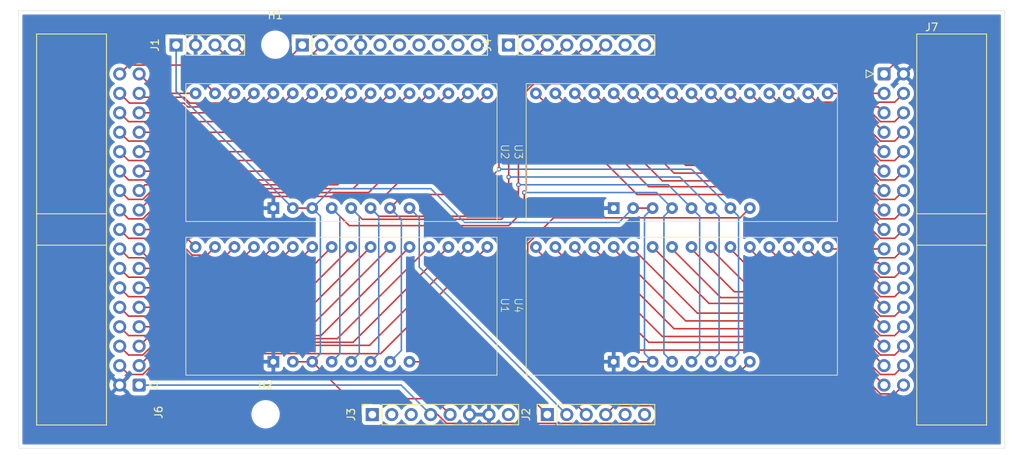
<source format=kicad_pcb>
(kicad_pcb (version 20240108) (generator "pcbnew") (generator_version "8.0")
  (layers (0 "F.Cu" signal) (31 "B.Cu" signal) (34 "B.Paste" user) (35 "F.Paste" user) (36 "B.SilkS" user "B.Silkscreen") (37 "F.SilkS" user "F.Silkscreen") (38 "B.Mask" user) (39 "F.Mask" user) (44 "Edge.Cuts" user))
  (net 0 "")
  (net 1 "/c108")
  (net 2 "/c101")
  (net 3 "/c112")
  (net 4 "/c105")
  (net 5 "/c104")
  (net 6 "/c102")
  (net 7 "/c103")
  (net 8 "/c116")
  (net 9 "/c107")
  (net 10 "/c115")
  (net 11 "/c207")
  (net 12 "/c208")
  (net 13 "/c205")
  (net 14 "/c215")
  (net 15 "/c216")
  (net 16 "/c106")
  (net 17 "/c210")
  (net 18 "/c202")
  (net 19 "/c114")
  (net 20 "/c113")
  (net 21 "/c213")
  (net 22 "/c109")
  (net 23 "/c212")
  (net 24 "/c110")
  (net 25 "/c209")
  (net 26 "/c203")
  (net 27 "/c211")
  (net 28 "/c201")
  (net 29 "/c214")
  (net 30 "/c206")
  (net 31 "/c111")
  (net 32 "/c204")
  (net 33 "/c404")
  (net 34 "/c405")
  (net 35 "/c315")
  (net 36 "/c415")
  (net 37 "/c403")
  (net 38 "/c316")
  (net 39 "/c411")
  (net 40 "/c412")
  (net 41 "/c307")
  (net 42 "/c402")
  (net 43 "/c401")
  (net 44 "/c313")
  (net 45 "/c408")
  (net 46 "/c308")
  (net 47 "/c311")
  (net 48 "/c306")
  (net 49 "/c305")
  (net 50 "/c312")
  (net 51 "/c310")
  (net 52 "/c413")
  (net 53 "/c303")
  (net 54 "/c409")
  (net 55 "/c406")
  (net 56 "/c414")
  (net 57 "/c309")
  (net 58 "/c416")
  (net 59 "/c410")
  (net 60 "/c304")
  (net 61 "/c302")
  (net 62 "/c314")
  (net 63 "/c301")
  (net 64 "/c407")
  (net 65 "GND")
  (net 66 "+5V")
  (net 67 "/SIG1")
  (net 68 "/SIG2")
  (net 69 "/SIG3")
  (net 70 "/SIG4")
  (net 71 "/SDA{slash}A4")
  (net 72 "/SCL{slash}A5")
  (net 73 "/S3")
  (net 74 "/S2")
  (net 75 "/S1")
  (net 76 "/S0")
  (net 77 "/~{RESET}")
  (net 78 "VCC")
  (net 80 "/IOREF")
  (net 81 "/D7")
  (net 82 "/TX{slash}D1")
  (net 83 "/D6")
  (net 84 "/RX{slash}D0")
  (net 85 "/AREF")
  (net 86 "/D11")
  (net 87 "/D10")
  (net 88 "/D8")
  (net 89 "/D12")
  (net 90 "/D9")
  (net 91 "/D13")
  (net 92 "+3.3V")
  (net 93 "/SCL")
  (net 94 "/SDA")
  (footprint "MountingHole:MountingHole_3.2mm_M3_ISO7380" (layer "F.Cu") (at 118.364 106.172)
    (property "Reference" "H2")
    (property "Value" "MountingHole")
  )
  (footprint "Chessboard_components:HV5067 Board THT" (layer "F.Cu") (at 196.85 71.882 -90)
    (property "Reference" "U3")
    (property "Value" "HV4067")
  )
  (footprint "Connector_PinSocket_2.54mm:PinSocket_1x08_P2.54mm_Vertical" (layer "F.Cu") (at 132.302 106.214 90)
    (property "Reference" "J3")
    (property "Value" "Conn_01x08")
  )
  (footprint "Chessboard_components:HV5067 Board THT" (layer "F.Cu") (at 196.85 91.948 -90)
    (property "Reference" "U4")
    (property "Value" "HV4067")
  )
  (footprint "MountingHole:MountingHole_3.2mm_M3_ISO7380" (layer "F.Cu") (at 119.634 57.912)
    (property "Reference" "H1")
    (property "Value" "MountingHole")
  )
  (footprint "Connector_PinSocket_2.54mm:PinSocket_1x04_P2.54mm_Vertical" (layer "F.Cu") (at 106.68 57.954 90)
    (property "Reference" "J1")
    (property "Value" "Conn_01x04")
  )
  (footprint "Connector_PinSocket_2.54mm:PinSocket_1x08_P2.54mm_Vertical" (layer "F.Cu") (at 150.082 57.954 90)
    (property "Reference" "J4")
    (property "Value" "Conn_01x08")
  )
  (footprint "Connector_PinSocket_2.54mm:PinSocket_1x06_P2.54mm_Vertical" (layer "F.Cu") (at 155.162 106.214 90)
    (property "Reference" "J2")
    (property "Value" "Conn_01x06")
  )
  (footprint "Connector_IDC:IDC-Header_2x17_P2.54mm_Horizontal" (layer "F.Cu") (at 199.136 61.722)
    (property "Reference" "J7")
    (property "Value" "Conn_02x17_Counter_Clockwise")
  )
  (footprint "Connector_IDC:IDC-Header_2x17_P2.54mm_Horizontal" (layer "F.Cu") (at 101.854 102.362 180)
    (property "Reference" "J6")
    (property "Value" "Conn_02x17_Counter_Clockwise")
  )
  (footprint "Chessboard_components:HV5067 Board THT" (layer "F.Cu") (at 152.4 91.948 -90)
    (property "Reference" "U1")
    (property "Value" "HV4067")
  )
  (footprint "Connector_PinSocket_2.54mm:PinSocket_1x10_P2.54mm_Vertical" (layer "F.Cu") (at 123.158 57.954 90)
    (property "Reference" "J5")
    (property "Value" "Conn_01x10")
  )
  (footprint "Chessboard_components:HV5067 Board THT" (layer "F.Cu") (at 152.4 71.882 -90)
    (property "Reference" "U2")
    (property "Value" "HV4067")
  )
  (gr_rect (start 86.106 53.467) (end 214.884 110.617) (stroke (width 0.0508)) (fill none) (layer "Edge.Cuts"))
  (segment (start 100.464 90.812) (end 99.314 89.662) (width 0.2) (layer "F.Cu") (net 1))
  (segment (start 127 84.328) (end 120.516 90.812) (width 0.2) (layer "F.Cu") (net 1))
  (segment (start 120.516 90.812) (end 100.464 90.812) (width 0.2) (layer "F.Cu") (net 1))
  (segment (start 109.22 84.328) (end 106.934 82.042) (width 0.2) (layer "F.Cu") (net 2))
  (segment (start 106.934 82.042) (end 101.854 82.042) (width 0.2) (layer "F.Cu") (net 2))
  (segment (start 125.596 95.892) (end 100.464 95.892) (width 0.2) (layer "F.Cu") (net 3))
  (segment (start 137.16 84.328) (end 125.596 95.892) (width 0.2) (layer "F.Cu") (net 3))
  (segment (start 100.464 95.892) (end 99.314 94.742) (width 0.2) (layer "F.Cu") (net 3))
  (segment (start 116.586 87.122) (end 101.854 87.122) (width 0.2) (layer "F.Cu") (net 4))
  (segment (start 119.38 84.328) (end 116.586 87.122) (width 0.2) (layer "F.Cu") (net 4))
  (segment (start 116.84 84.328) (end 114.978 86.19) (width 0.2) (layer "F.Cu") (net 5))
  (segment (start 102.438315 85.732) (end 100.464 85.732) (width 0.2) (layer "F.Cu") (net 5))
  (segment (start 100.464 85.732) (end 99.314 84.582) (width 0.2) (layer "F.Cu") (net 5))
  (segment (start 102.896314 86.19) (end 102.438315 85.732) (width 0.2) (layer "F.Cu") (net 5))
  (segment (start 114.978 86.19) (end 102.896314 86.19) (width 0.2) (layer "F.Cu") (net 5))
  (segment (start 106.582105 83.192) (end 100.464 83.192) (width 0.2) (layer "F.Cu") (net 6))
  (segment (start 110.698 85.39) (end 108.780105 85.39) (width 0.2) (layer "F.Cu") (net 6))
  (segment (start 111.76 84.328) (end 110.698 85.39) (width 0.2) (layer "F.Cu") (net 6))
  (segment (start 108.780105 85.39) (end 106.582105 83.192) (width 0.2) (layer "F.Cu") (net 6))
  (segment (start 100.464 83.192) (end 99.314 82.042) (width 0.2) (layer "F.Cu") (net 6))
  (segment (start 112.838 85.79) (end 103.062 85.79) (width 0.2) (layer "F.Cu") (net 7))
  (segment (start 114.3 84.328) (end 112.838 85.79) (width 0.2) (layer "F.Cu") (net 7))
  (segment (start 103.062 85.79) (end 101.854 84.582) (width 0.2) (layer "F.Cu") (net 7))
  (segment (start 133.396 98.252) (end 105.050346 98.252) (width 0.2) (layer "F.Cu") (net 8))
  (segment (start 102.330346 100.972) (end 100.464 100.972) (width 0.2) (layer "F.Cu") (net 8))
  (segment (start 100.464 100.972) (end 99.314 99.822) (width 0.2) (layer "F.Cu") (net 8))
  (segment (start 105.050346 98.252) (end 102.330346 100.972) (width 0.2) (layer "F.Cu") (net 8))
  (segment (start 147.32 84.328) (end 133.396 98.252) (width 0.2) (layer "F.Cu") (net 8))
  (segment (start 119.126 89.662) (end 101.854 89.662) (width 0.2) (layer "F.Cu") (net 9))
  (segment (start 124.46 84.328) (end 119.126 89.662) (width 0.2) (layer "F.Cu") (net 9))
  (segment (start 104.502 97.174) (end 101.854 99.822) (width 0.2) (layer "F.Cu") (net 10))
  (segment (start 131.934 97.174) (end 104.502 97.174) (width 0.2) (layer "F.Cu") (net 10))
  (segment (start 144.78 84.328) (end 131.934 97.174) (width 0.2) (layer "F.Cu") (net 10))
  (segment (start 119.38 69.342) (end 101.854 69.342) (width 0.2) (layer "F.Cu") (net 11))
  (segment (start 124.46 64.262) (end 119.38 69.342) (width 0.2) (layer "F.Cu") (net 11))
  (segment (start 100.464 70.492) (end 99.314 69.342) (width 0.2) (layer "F.Cu") (net 12))
  (segment (start 127 64.262) (end 120.77 70.492) (width 0.2) (layer "F.Cu") (net 12))
  (segment (start 120.77 70.492) (end 100.464 70.492) (width 0.2) (layer "F.Cu") (net 12))
  (segment (start 116.84 66.802) (end 101.854 66.802) (width 0.2) (layer "F.Cu") (net 13))
  (segment (start 119.38 64.262) (end 116.84 66.802) (width 0.2) (layer "F.Cu") (net 13))
  (segment (start 144.78 64.262) (end 131.826 77.216) (width 0.2) (layer "F.Cu") (net 14))
  (segment (start 131.826 77.216) (end 104.14 77.216) (width 0.2) (layer "F.Cu") (net 14))
  (segment (start 104.14 77.216) (end 101.854 79.502) (width 0.2) (layer "F.Cu") (net 14))
  (segment (start 102.330346 80.652) (end 100.464 80.652) (width 0.2) (layer "F.Cu") (net 15))
  (segment (start 147.32 64.262) (end 133.858 77.724) (width 0.2) (layer "F.Cu") (net 15))
  (segment (start 100.464 80.652) (end 99.314 79.502) (width 0.2) (layer "F.Cu") (net 15))
  (segment (start 105.258346 77.724) (end 102.330346 80.652) (width 0.2) (layer "F.Cu") (net 15))
  (segment (start 133.858 77.724) (end 105.258346 77.724) (width 0.2) (layer "F.Cu") (net 15))
  (segment (start 121.92 84.328) (end 117.976 88.272) (width 0.2) (layer "F.Cu") (net 16))
  (segment (start 117.976 88.272) (end 100.464 88.272) (width 0.2) (layer "F.Cu") (net 16))
  (segment (start 100.464 88.272) (end 99.314 87.122) (width 0.2) (layer "F.Cu") (net 16))
  (segment (start 132.08 64.262) (end 123.31 73.032) (width 0.2) (layer "F.Cu") (net 17))
  (segment (start 100.464 73.032) (end 99.314 71.882) (width 0.2) (layer "F.Cu") (net 17))
  (segment (start 123.31 73.032) (end 100.464 73.032) (width 0.2) (layer "F.Cu") (net 17))
  (segment (start 111.76 64.262) (end 108.07 60.572) (width 0.2) (layer "F.Cu") (net 18))
  (segment (start 100.464 60.572) (end 99.314 61.722) (width 0.2) (layer "F.Cu") (net 18))
  (segment (start 108.07 60.572) (end 100.464 60.572) (width 0.2) (layer "F.Cu") (net 18))
  (segment (start 102.330346 98.432) (end 100.464 98.432) (width 0.2) (layer "F.Cu") (net 19))
  (segment (start 129.794 96.774) (end 103.988346 96.774) (width 0.2) (layer "F.Cu") (net 19))
  (segment (start 142.24 84.328) (end 129.794 96.774) (width 0.2) (layer "F.Cu") (net 19))
  (segment (start 103.988346 96.774) (end 102.330346 98.432) (width 0.2) (layer "F.Cu") (net 19))
  (segment (start 100.464 98.432) (end 99.314 97.282) (width 0.2) (layer "F.Cu") (net 19))
  (segment (start 102.844 96.292) (end 101.854 97.282) (width 0.2) (layer "F.Cu") (net 20))
  (segment (start 127.736 96.292) (end 102.844 96.292) (width 0.2) (layer "F.Cu") (net 20))
  (segment (start 139.7 84.328) (end 127.736 96.292) (width 0.2) (layer "F.Cu") (net 20))
  (segment (start 127.762 76.2) (end 102.616 76.2) (width 0.2) (layer "F.Cu") (net 21))
  (segment (start 102.616 76.2) (end 101.854 76.962) (width 0.2) (layer "F.Cu") (net 21))
  (segment (start 139.7 64.262) (end 127.762 76.2) (width 0.2) (layer "F.Cu") (net 21))
  (segment (start 121.666 92.202) (end 101.854 92.202) (width 0.2) (layer "F.Cu") (net 22))
  (segment (start 129.54 84.328) (end 121.666 92.202) (width 0.2) (layer "F.Cu") (net 22))
  (segment (start 100.464 75.572) (end 99.314 74.422) (width 0.2) (layer "F.Cu") (net 23))
  (segment (start 137.16 64.262) (end 125.85 75.572) (width 0.2) (layer "F.Cu") (net 23))
  (segment (start 125.85 75.572) (end 100.464 75.572) (width 0.2) (layer "F.Cu") (net 23))
  (segment (start 123.056 93.352) (end 100.464 93.352) (width 0.2) (layer "F.Cu") (net 24))
  (segment (start 100.464 93.352) (end 99.314 92.202) (width 0.2) (layer "F.Cu") (net 24))
  (segment (start 132.08 84.328) (end 123.056 93.352) (width 0.2) (layer "F.Cu") (net 24))
  (segment (start 129.54 64.262) (end 121.92 71.882) (width 0.2) (layer "F.Cu") (net 25))
  (segment (start 121.92 71.882) (end 101.854 71.882) (width 0.2) (layer "F.Cu") (net 25))
  (segment (start 107.696 64.77) (end 102.362 64.77) (width 0.2) (layer "F.Cu") (net 26))
  (segment (start 113.03 65.532) (end 108.458 65.532) (width 0.2) (layer "F.Cu") (net 26))
  (segment (start 114.3 64.262) (end 113.03 65.532) (width 0.2) (layer "F.Cu") (net 26))
  (segment (start 102.362 64.77) (end 101.854 64.262) (width 0.2) (layer "F.Cu") (net 26))
  (segment (start 108.458 65.532) (end 107.696 64.77) (width 0.2) (layer "F.Cu") (net 26))
  (segment (start 124.46 74.422) (end 101.854 74.422) (width 0.2) (layer "F.Cu") (net 27))
  (segment (start 134.62 64.262) (end 124.46 74.422) (width 0.2) (layer "F.Cu") (net 27))
  (segment (start 104.394 64.262) (end 101.854 61.722) (width 0.2) (layer "F.Cu") (net 28))
  (segment (start 109.22 64.262) (end 104.394 64.262) (width 0.2) (layer "F.Cu") (net 28))
  (segment (start 100.464 78.112) (end 99.314 76.962) (width 0.2) (layer "F.Cu") (net 29))
  (segment (start 142.24 64.262) (end 129.794 76.708) (width 0.2) (layer "F.Cu") (net 29))
  (segment (start 103.734346 76.708) (end 102.330346 78.112) (width 0.2) (layer "F.Cu") (net 29))
  (segment (start 129.794 76.708) (end 103.734346 76.708) (width 0.2) (layer "F.Cu") (net 29))
  (segment (start 102.330346 78.112) (end 100.464 78.112) (width 0.2) (layer "F.Cu") (net 29))
  (segment (start 118.23 67.952) (end 100.464 67.952) (width 0.2) (layer "F.Cu") (net 30))
  (segment (start 121.92 64.262) (end 118.23 67.952) (width 0.2) (layer "F.Cu") (net 30))
  (segment (start 100.464 67.952) (end 99.314 66.802) (width 0.2) (layer "F.Cu") (net 30))
  (segment (start 124.206 94.742) (end 101.854 94.742) (width 0.2) (layer "F.Cu") (net 31))
  (segment (start 134.62 84.328) (end 124.206 94.742) (width 0.2) (layer "F.Cu") (net 31))
  (segment (start 100.584 65.532) (end 99.314 64.262) (width 0.2) (layer "F.Cu") (net 32))
  (segment (start 107.696 65.532) (end 100.584 65.532) (width 0.2) (layer "F.Cu") (net 32))
  (segment (start 115.062 66.04) (end 108.204 66.04) (width 0.2) (layer "F.Cu") (net 32))
  (segment (start 108.204 66.04) (end 107.696 65.532) (width 0.2) (layer "F.Cu") (net 32))
  (segment (start 116.84 64.262) (end 115.062 66.04) (width 0.2) (layer "F.Cu") (net 32))
  (segment (start 171.704 94.996) (end 194.31 94.996) (width 0.2) (layer "F.Cu") (net 33))
  (segment (start 161.29 84.582) (end 171.704 94.996) (width 0.2) (layer "F.Cu") (net 33))
  (segment (start 194.31 94.996) (end 199.136 99.822) (width 0.2) (layer "F.Cu") (net 33))
  (segment (start 194.207654 93.98) (end 198.659654 98.432) (width 0.2) (layer "F.Cu") (net 34))
  (segment (start 200.526 98.432) (end 201.676 97.282) (width 0.2) (layer "F.Cu") (net 34))
  (segment (start 163.83 84.582) (end 173.228 93.98) (width 0.2) (layer "F.Cu") (net 34))
  (segment (start 198.659654 98.432) (end 200.526 98.432) (width 0.2) (layer "F.Cu") (net 34))
  (segment (start 173.228 93.98) (end 194.207654 93.98) (width 0.2) (layer "F.Cu") (net 34))
  (segment (start 189.23 64.262) (end 190.38 65.412) (width 0.2) (layer "F.Cu") (net 35))
  (segment (start 190.38 65.412) (end 200.526 65.412) (width 0.2) (layer "F.Cu") (net 35))
  (segment (start 200.526 65.412) (end 201.676 64.262) (width 0.2) (layer "F.Cu") (net 35))
  (segment (start 189.23 84.582) (end 190.38 85.732) (width 0.2) (layer "F.Cu") (net 36))
  (segment (start 200.526 85.732) (end 201.676 84.582) (width 0.2) (layer "F.Cu") (net 36))
  (segment (start 190.38 85.732) (end 200.526 85.732) (width 0.2) (layer "F.Cu") (net 36))
  (segment (start 158.75 84.582) (end 170.18 96.012) (width 0.2) (layer "F.Cu") (net 37))
  (segment (start 200.526 100.972) (end 201.676 99.822) (width 0.2) (layer "F.Cu") (net 37))
  (segment (start 193.699654 96.012) (end 198.659654 100.972) (width 0.2) (layer "F.Cu") (net 37))
  (segment (start 198.659654 100.972) (end 200.526 100.972) (width 0.2) (layer "F.Cu") (net 37))
  (segment (start 170.18 96.012) (end 193.699654 96.012) (width 0.2) (layer "F.Cu") (net 37))
  (segment (start 191.77 64.262) (end 199.136 64.262) (width 0.2) (layer "F.Cu") (net 38))
  (segment (start 179.07 84.582) (end 183.134 88.646) (width 0.2) (layer "F.Cu") (net 39))
  (segment (start 200.526 90.812) (end 201.676 89.662) (width 0.2) (layer "F.Cu") (net 39))
  (segment (start 196.493654 88.646) (end 198.659654 90.812) (width 0.2) (layer "F.Cu") (net 39))
  (segment (start 183.134 88.646) (end 196.493654 88.646) (width 0.2) (layer "F.Cu") (net 39))
  (segment (start 198.659654 90.812) (end 200.526 90.812) (width 0.2) (layer "F.Cu") (net 39))
  (segment (start 181.61 84.582) (end 184.912 87.884) (width 0.2) (layer "F.Cu") (net 40))
  (segment (start 197.358 87.884) (end 199.136 89.662) (width 0.2) (layer "F.Cu") (net 40))
  (segment (start 184.912 87.884) (end 197.358 87.884) (width 0.2) (layer "F.Cu") (net 40))
  (segment (start 198.659654 75.572) (end 200.526 75.572) (width 0.2) (layer "F.Cu") (net 41))
  (segment (start 169.164 64.262) (end 176.276 71.374) (width 0.2) (layer "F.Cu") (net 41))
  (segment (start 200.526 75.572) (end 201.676 74.422) (width 0.2) (layer "F.Cu") (net 41))
  (segment (start 176.276 71.374) (end 194.461654 71.374) (width 0.2) (layer "F.Cu") (net 41))
  (segment (start 194.461654 71.374) (end 198.659654 75.572) (width 0.2) (layer "F.Cu") (net 41))
  (segment (start 168.91 64.262) (end 169.164 64.262) (width 0.2) (layer "F.Cu") (net 41))
  (segment (start 168.402 96.774) (end 193.548 96.774) (width 0.2) (layer "F.Cu") (net 42))
  (segment (start 156.21 84.582) (end 168.402 96.774) (width 0.2) (layer "F.Cu") (net 42))
  (segment (start 193.548 96.774) (end 199.136 102.362) (width 0.2) (layer "F.Cu") (net 42))
  (segment (start 166.878 97.79) (end 192.937654 97.79) (width 0.2) (layer "F.Cu") (net 43))
  (segment (start 198.659654 103.512) (end 200.526 103.512) (width 0.2) (layer "F.Cu") (net 43))
  (segment (start 192.937654 97.79) (end 198.659654 103.512) (width 0.2) (layer "F.Cu") (net 43))
  (segment (start 153.67 84.582) (end 166.878 97.79) (width 0.2) (layer "F.Cu") (net 43))
  (segment (start 200.526 103.512) (end 201.676 102.362) (width 0.2) (layer "F.Cu") (net 43))
  (segment (start 198.659654 67.952) (end 200.526 67.952) (width 0.2) (layer "F.Cu") (net 44))
  (segment (start 186.69 66.802) (end 197.509654 66.802) (width 0.2) (layer "F.Cu") (net 44))
  (segment (start 184.15 64.262) (end 186.69 66.802) (width 0.2) (layer "F.Cu") (net 44))
  (segment (start 197.509654 66.802) (end 198.659654 67.952) (width 0.2) (layer "F.Cu") (net 44))
  (segment (start 200.526 67.952) (end 201.676 66.802) (width 0.2) (layer "F.Cu") (net 44))
  (segment (start 195.326 90.932) (end 199.136 94.742) (width 0.2) (layer "F.Cu") (net 45))
  (segment (start 177.8 90.932) (end 195.326 90.932) (width 0.2) (layer "F.Cu") (net 45))
  (segment (start 171.45 84.582) (end 177.8 90.932) (width 0.2) (layer "F.Cu") (net 45))
  (segment (start 177.8 70.612) (end 195.326 70.612) (width 0.2) (layer "F.Cu") (net 46))
  (segment (start 195.326 70.612) (end 199.136 74.422) (width 0.2) (layer "F.Cu") (net 46))
  (segment (start 171.45 64.262) (end 177.8 70.612) (width 0.2) (layer "F.Cu") (net 46))
  (segment (start 196.493654 68.326) (end 198.659654 70.492) (width 0.2) (layer "F.Cu") (net 47))
  (segment (start 183.134 68.326) (end 196.493654 68.326) (width 0.2) (layer "F.Cu") (net 47))
  (segment (start 198.659654 70.492) (end 200.526 70.492) (width 0.2) (layer "F.Cu") (net 47))
  (segment (start 200.526 70.492) (end 201.676 69.342) (width 0.2) (layer "F.Cu") (net 47))
  (segment (start 179.07 64.262) (end 183.134 68.326) (width 0.2) (layer "F.Cu") (net 47))
  (segment (start 174.752 72.644) (end 194.818 72.644) (width 0.2) (layer "F.Cu") (net 48))
  (segment (start 194.818 72.644) (end 199.136 76.962) (width 0.2) (layer "F.Cu") (net 48))
  (segment (start 166.37 64.262) (end 174.752 72.644) (width 0.2) (layer "F.Cu") (net 48))
  (segment (start 194.207654 73.66) (end 198.659654 78.112) (width 0.2) (layer "F.Cu") (net 49))
  (segment (start 198.659654 78.112) (end 200.526 78.112) (width 0.2) (layer "F.Cu") (net 49))
  (segment (start 173.228 73.66) (end 194.207654 73.66) (width 0.2) (layer "F.Cu") (net 49))
  (segment (start 163.83 64.262) (end 173.228 73.66) (width 0.2) (layer "F.Cu") (net 49))
  (segment (start 200.526 78.112) (end 201.676 76.962) (width 0.2) (layer "F.Cu") (net 49))
  (segment (start 197.358 67.564) (end 199.136 69.342) (width 0.2) (layer "F.Cu") (net 50))
  (segment (start 184.912 67.564) (end 197.358 67.564) (width 0.2) (layer "F.Cu") (net 50))
  (segment (start 181.61 64.262) (end 184.912 67.564) (width 0.2) (layer "F.Cu") (net 50))
  (segment (start 176.53 64.262) (end 181.356 69.088) (width 0.2) (layer "F.Cu") (net 51))
  (segment (start 196.342 69.088) (end 199.136 71.882) (width 0.2) (layer "F.Cu") (net 51))
  (segment (start 181.356 69.088) (end 196.342 69.088) (width 0.2) (layer "F.Cu") (net 51))
  (segment (start 198.659654 88.272) (end 200.526 88.272) (width 0.2) (layer "F.Cu") (net 52))
  (segment (start 197.509654 87.122) (end 198.659654 88.272) (width 0.2) (layer "F.Cu") (net 52))
  (segment (start 200.526 88.272) (end 201.676 87.122) (width 0.2) (layer "F.Cu") (net 52))
  (segment (start 184.15 84.582) (end 186.69 87.122) (width 0.2) (layer "F.Cu") (net 52))
  (segment (start 186.69 87.122) (end 197.509654 87.122) (width 0.2) (layer "F.Cu") (net 52))
  (segment (start 193.699654 75.692) (end 198.659654 80.652) (width 0.2) (layer "F.Cu") (net 53))
  (segment (start 200.526 80.652) (end 201.676 79.502) (width 0.2) (layer "F.Cu") (net 53))
  (segment (start 170.18 75.692) (end 193.699654 75.692) (width 0.2) (layer "F.Cu") (net 53))
  (segment (start 198.659654 80.652) (end 200.526 80.652) (width 0.2) (layer "F.Cu") (net 53))
  (segment (start 158.75 64.262) (end 170.18 75.692) (width 0.2) (layer "F.Cu") (net 53))
  (segment (start 198.659654 93.352) (end 200.526 93.352) (width 0.2) (layer "F.Cu") (net 54))
  (segment (start 195.477654 90.17) (end 198.659654 93.352) (width 0.2) (layer "F.Cu") (net 54))
  (segment (start 200.526 93.352) (end 201.676 92.202) (width 0.2) (layer "F.Cu") (net 54))
  (segment (start 173.99 84.582) (end 179.578 90.17) (width 0.2) (layer "F.Cu") (net 54))
  (segment (start 179.578 90.17) (end 195.477654 90.17) (width 0.2) (layer "F.Cu") (net 54))
  (segment (start 194.818 92.964) (end 199.136 97.282) (width 0.2) (layer "F.Cu") (net 55))
  (segment (start 166.37 84.582) (end 174.752 92.964) (width 0.2) (layer "F.Cu") (net 55))
  (segment (start 174.752 92.964) (end 194.818 92.964) (width 0.2) (layer "F.Cu") (net 55))
  (segment (start 199.136 87.122) (end 198.374 86.36) (width 0.2) (layer "F.Cu") (net 56))
  (segment (start 188.468 86.36) (end 186.69 84.582) (width 0.2) (layer "F.Cu") (net 56))
  (segment (start 198.374 86.36) (end 188.468 86.36) (width 0.2) (layer "F.Cu") (net 56))
  (segment (start 179.578 69.85) (end 195.477654 69.85) (width 0.2) (layer "F.Cu") (net 57))
  (segment (start 195.477654 69.85) (end 198.659654 73.032) (width 0.2) (layer "F.Cu") (net 57))
  (segment (start 198.659654 73.032) (end 200.526 73.032) (width 0.2) (layer "F.Cu") (net 57))
  (segment (start 200.526 73.032) (end 201.676 71.882) (width 0.2) (layer "F.Cu") (net 57))
  (segment (start 173.99 64.262) (end 179.578 69.85) (width 0.2) (layer "F.Cu") (net 57))
  (segment (start 191.77 84.582) (end 199.136 84.582) (width 0.2) (layer "F.Cu") (net 58))
  (segment (start 181.356 89.408) (end 196.342 89.408) (width 0.2) (layer "F.Cu") (net 59))
  (segment (start 176.53 84.582) (end 181.356 89.408) (width 0.2) (layer "F.Cu") (net 59))
  (segment (start 196.342 89.408) (end 199.136 92.202) (width 0.2) (layer "F.Cu") (net 59))
  (segment (start 161.29 64.262) (end 171.704 74.676) (width 0.2) (layer "F.Cu") (net 60))
  (segment (start 171.704 74.676) (end 194.31 74.676) (width 0.2) (layer "F.Cu") (net 60))
  (segment (start 194.31 74.676) (end 199.136 79.502) (width 0.2) (layer "F.Cu") (net 60))
  (segment (start 193.548 76.454) (end 199.136 82.042) (width 0.2) (layer "F.Cu") (net 61))
  (segment (start 168.402 76.454) (end 193.548 76.454) (width 0.2) (layer "F.Cu") (net 61))
  (segment (start 156.21 64.262) (end 168.402 76.454) (width 0.2) (layer "F.Cu") (net 61))
  (segment (start 198.374 66.04) (end 188.468 66.04) (width 0.2) (layer "F.Cu") (net 62))
  (segment (start 199.136 66.802) (end 198.374 66.04) (width 0.2) (layer "F.Cu") (net 62))
  (segment (start 188.468 66.04) (end 186.69 64.262) (width 0.2) (layer "F.Cu") (net 62))
  (segment (start 198.659654 83.192) (end 200.526 83.192) (width 0.2) (layer "F.Cu") (net 63))
  (segment (start 192.937654 77.47) (end 198.659654 83.192) (width 0.2) (layer "F.Cu") (net 63))
  (segment (start 200.526 83.192) (end 201.676 82.042) (width 0.2) (layer "F.Cu") (net 63))
  (segment (start 166.878 77.47) (end 192.937654 77.47) (width 0.2) (layer "F.Cu") (net 63))
  (segment (start 153.67 64.262) (end 166.878 77.47) (width 0.2) (layer "F.Cu") (net 63))
  (segment (start 198.659654 95.892) (end 200.526 95.892) (width 0.2) (layer "F.Cu") (net 64))
  (segment (start 194.461654 91.694) (end 198.659654 95.892) (width 0.2) (layer "F.Cu") (net 64))
  (segment (start 169.164 84.582) (end 176.276 91.694) (width 0.2) (layer "F.Cu") (net 64))
  (segment (start 168.91 84.582) (end 169.164 84.582) (width 0.2) (layer "F.Cu") (net 64))
  (segment (start 176.276 91.694) (end 194.461654 91.694) (width 0.2) (layer "F.Cu") (net 64))
  (segment (start 200.526 95.892) (end 201.676 94.742) (width 0.2) (layer "F.Cu") (net 64))
  (segment (start 124.46 79.248) (end 121.92 79.248) (width 0.2) (layer "F.Cu") (net 66))
  (segment (start 141.224 104.14) (end 129.286 104.14) (width 0.2) (layer "F.Cu") (net 66))
  (segment (start 142.462 106.214) (end 141.224 104.976) (width 0.2) (layer "F.Cu") (net 66))
  (segment (start 129.286 104.14) (end 124.46 99.314) (width 0.2) (layer "F.Cu") (net 66))
  (segment (start 166.37 99.314) (end 168.91 99.314) (width 0.2) (layer "F.Cu") (net 66))
  (segment (start 121.92 99.314) (end 124.46 99.314) (width 0.2) (layer "F.Cu") (net 66))
  (segment (start 166.37 79.248) (end 168.91 79.248) (width 0.2) (layer "F.Cu") (net 66))
  (segment (start 141.224 104.976) (end 141.224 104.14) (width 0.2) (layer "F.Cu") (net 66))
  (segment (start 167.848 80.31) (end 168.91 79.248) (width 0.2) (layer "B.Cu") (net 66))
  (segment (start 166.37 79.248) (end 164.5 81.118) (width 0.2) (layer "B.Cu") (net 66))
  (segment (start 127 76.708) (end 124.46 79.248) (width 0.2) (layer "B.Cu") (net 66))
  (segment (start 124.46 99.314) (end 125.522 98.252) (width 0.2) (layer "B.Cu") (net 66))
  (segment (start 144.364 81.118) (end 139.954 76.708) (width 0.2) (layer "B.Cu") (net 66))
  (segment (start 139.954 76.708) (end 127 76.708) (width 0.2) (layer "B.Cu") (net 66))
  (segment (start 167.848 98.252) (end 167.848 80.31) (width 0.2) (layer "B.Cu") (net 66))
  (segment (start 125.522 98.252) (end 125.522 80.31) (width 0.2) (layer "B.Cu") (net 66))
  (segment (start 106.68 64.008) (end 106.68 57.954) (width 0.2) (layer "B.Cu") (net 66))
  (segment (start 121.92 79.248) (end 106.68 64.008) (width 0.2) (layer "B.Cu") (net 66))
  (segment (start 125.522 80.31) (end 124.46 79.248) (width 0.2) (layer "B.Cu") (net 66))
  (segment (start 164.5 81.118) (end 144.364 81.118) (width 0.2) (layer "B.Cu") (net 66))
  (segment (start 168.91 99.314) (end 167.848 98.252) (width 0.2) (layer "B.Cu") (net 66))
  (segment (start 148.262 99.314) (end 137.16 99.314) (width 0.2) (layer "F.Cu") (net 67))
  (segment (start 155.162 106.214) (end 148.262 99.314) (width 0.2) (layer "F.Cu") (net 67))
  (segment (start 138.43 86.942) (end 138.43 80.518) (width 0.2) (layer "B.Cu") (net 68))
  (segment (start 157.702 106.214) (end 138.43 86.942) (width 0.2) (layer "B.Cu") (net 68))
  (segment (start 138.43 80.518) (end 137.16 79.248) (width 0.2) (layer "B.Cu") (net 68))
  (segment (start 155.978105 80.518) (end 180.34 80.518) (width 0.2) (layer "F.Cu") (net 69))
  (segment (start 152.608 83.888105) (end 155.978105 80.518) (width 0.2) (layer "F.Cu") (net 69))
  (segment (start 152.608 98.58) (end 152.608 83.888105) (width 0.2) (layer "F.Cu") (net 69))
  (segment (start 160.242 106.214) (end 152.608 98.58) (width 0.2) (layer "F.Cu") (net 69))
  (segment (start 180.34 80.518) (end 181.61 79.248) (width 0.2) (layer "F.Cu") (net 69))
  (segment (start 162.782 106.214) (end 163.932 105.064) (width 0.2) (layer "F.Cu") (net 70))
  (segment (start 163.932 105.064) (end 175.86 105.064) (width 0.2) (layer "F.Cu") (net 70))
  (segment (start 175.86 105.064) (end 181.61 99.314) (width 0.2) (layer "F.Cu") (net 70))
  (segment (start 114.512 60.706) (end 122.946 60.706) (width 0.2) (layer "F.Cu") (net 71))
  (segment (start 111.76 57.954) (end 114.512 60.706) (width 0.2) (layer "F.Cu") (net 71))
  (segment (start 122.946 60.706) (end 125.698 57.954) (width 0.2) (layer "F.Cu") (net 71))
  (segment (start 114.3 57.954) (end 116.208 59.862) (width 0.2) (layer "F.Cu") (net 72))
  (segment (start 116.208 59.862) (end 121.25 59.862) (width 0.2) (layer "F.Cu") (net 72))
  (segment (start 121.25 59.862) (end 123.158 57.954) (width 0.2) (layer "F.Cu") (net 72))
  (segment (start 145.542 77.47) (end 136.398 77.47) (width 0.2) (layer "F.Cu") (net 73))
  (segment (start 148.844 74.168) (end 148.844 64.272) (width 0.2) (layer "F.Cu") (net 73))
  (segment (start 148.844 64.272) (end 155.162 57.954) (width 0.2) (layer "F.Cu") (net 73))
  (segment (start 148.844 74.168) (end 145.542 77.47) (width 0.2) (layer "F.Cu") (net 73))
  (segment (start 136.398 77.47) (end 134.62 79.248) (width 0.2) (layer "F.Cu") (net 73))
  (via (at 148.844 74.168) (size 0.6) (drill 0.3) (layers "F.Cu" "B.Cu") (net 73))
  (segment (start 134.62 79.248) (end 136.098 80.726) (width 0.2) (layer "B.Cu") (net 73))
  (segment (start 180.132 98.252) (end 179.07 99.314) (width 0.2) (layer "B.Cu") (net 73))
  (segment (start 136.098 80.726) (end 136.098 97.836) (width 0.2) (layer "B.Cu") (net 73))
  (segment (start 179.07 79.248) (end 180.132 80.31) (width 0.2) (layer "B.Cu") (net 73))
  (segment (start 148.844 74.168) (end 173.99 74.168) (width 0.2) (layer "B.Cu") (net 73))
  (segment (start 173.99 74.168) (end 179.07 79.248) (width 0.2) (layer "B.Cu") (net 73))
  (segment (start 180.132 80.31) (end 180.132 98.252) (width 0.2) (layer "B.Cu") (net 73))
  (segment (start 136.098 97.836) (end 134.62 99.314) (width 0.2) (layer "B.Cu") (net 73))
  (segment (start 152.4 61.468) (end 154.188 61.468) (width 0.2) (layer "F.Cu") (net 74))
  (segment (start 150.114 76.708) (end 146.512 80.31) (width 0.2) (layer "F.Cu") (net 74))
  (segment (start 150.114 75.184) (end 150.114 76.708) (width 0.2) (layer "F.Cu") (net 74))
  (segment (start 133.142 80.31) (end 132.08 79.248) (width 0.2) (layer "F.Cu") (net 74))
  (segment (start 154.188 61.468) (end 157.702 57.954) (width 0.2) (layer "F.Cu") (net 74))
  (segment (start 150.114 63.754) (end 152.4 61.468) (width 0.2) (layer "F.Cu") (net 74))
  (segment (start 150.114 75.184) (end 150.114 63.754) (width 0.2) (layer "F.Cu") (net 74))
  (segment (start 146.512 80.31) (end 133.142 80.31) (width 0.2) (layer "F.Cu") (net 74))
  (via (at 150.114 75.184) (size 0.6) (drill 0.3) (layers "F.Cu" "B.Cu") (net 74))
  (segment (start 132.08 79.248) (end 133.142 80.31) (width 0.2) (layer "B.Cu") (net 74))
  (segment (start 172.466 75.184) (end 176.53 79.248) (width 0.2) (layer "B.Cu") (net 74))
  (segment (start 133.142 80.31) (end 133.142 98.252) (width 0.2) (layer "B.Cu") (net 74))
  (segment (start 177.592 80.31) (end 177.592 98.252) (width 0.2) (layer "B.Cu") (net 74))
  (segment (start 176.53 79.248) (end 177.592 80.31) (width 0.2) (layer "B.Cu") (net 74))
  (segment (start 150.114 75.184) (end 172.466 75.184) (width 0.2) (layer "B.Cu") (net 74))
  (segment (start 177.592 98.252) (end 176.53 99.314) (width 0.2) (layer "B.Cu") (net 74))
  (segment (start 133.142 98.252) (end 132.08 99.314) (width 0.2) (layer "B.Cu") (net 74))
  (segment (start 160.232 57.954) (end 160.242 57.954) (width 0.2) (layer "F.Cu") (net 75))
  (segment (start 151.384 76.2) (end 151.384 78.486) (width 0.2) (layer "F.Cu") (net 75))
  (segment (start 151.384 76.2) (end 151.384 63.5) (width 0.2) (layer "F.Cu") (net 75))
  (segment (start 151.384 63.5) (end 152.654 62.23) (width 0.2) (layer "F.Cu") (net 75))
  (segment (start 151.384 78.486) (end 149.16 80.71) (width 0.2) (layer "F.Cu") (net 75))
  (segment (start 131.002 80.71) (end 129.54 79.248) (width 0.2) (layer "F.Cu") (net 75))
  (segment (start 152.654 62.23) (end 155.956 62.23) (width 0.2) (layer "F.Cu") (net 75))
  (segment (start 155.956 62.23) (end 160.232 57.954) (width 0.2) (layer "F.Cu") (net 75))
  (segment (start 149.16 80.71) (end 131.002 80.71) (width 0.2) (layer "F.Cu") (net 75))
  (via (at 151.384 76.2) (size 0.6) (drill 0.3) (layers "F.Cu" "B.Cu") (net 75))
  (segment (start 175.052 98.252) (end 173.99 99.314) (width 0.2) (layer "B.Cu") (net 75))
  (segment (start 173.99 79.248) (end 175.052 80.31) (width 0.2) (layer "B.Cu") (net 75))
  (segment (start 175.052 80.31) (end 175.052 98.252) (width 0.2) (layer "B.Cu") (net 75))
  (segment (start 129.54 79.248) (end 130.602 80.31) (width 0.2) (layer "B.Cu") (net 75))
  (segment (start 170.942 76.2) (end 173.99 79.248) (width 0.2) (layer "B.Cu") (net 75))
  (segment (start 130.602 98.252) (end 129.54 99.314) (width 0.2) (layer "B.Cu") (net 75))
  (segment (start 151.384 76.2) (end 170.942 76.2) (width 0.2) (layer "B.Cu") (net 75))
  (segment (start 130.602 80.31) (end 130.602 98.252) (width 0.2) (layer "B.Cu") (net 75))
  (segment (start 152.4 64.008) (end 153.416 62.992) (width 0.2) (layer "F.Cu") (net 76))
  (segment (start 152.4 76.962) (end 152.4 64.008) (width 0.2) (layer "F.Cu") (net 76))
  (segment (start 152.146 77.216) (end 152.4 76.962) (width 0.2) (layer "F.Cu") (net 76))
  (segment (start 152.146 77.216) (end 152.146 79.502) (width 0.2) (layer "F.Cu") (net 76))
  (segment (start 153.416 62.992) (end 157.744 62.992) (width 0.2) (layer "F.Cu") (net 76))
  (segment (start 157.744 62.992) (end 162.782 57.954) (width 0.2) (layer "F.Cu") (net 76))
  (segment (start 150.114 81.534) (end 129.286 81.534) (width 0.2) (layer "F.Cu") (net 76))
  (segment (start 129.286 81.534) (end 127 79.248) (width 0.2) (layer "F.Cu") (net 76))
  (segment (start 152.146 79.502) (end 150.114 81.534) (width 0.2) (layer "F.Cu") (net 76))
  (via (at 152.146 77.216) (size 0.6) (drill 0.3) (layers "F.Cu" "B.Cu") (net 76))
  (segment (start 127 79.248) (end 128.062 80.31) (width 0.2) (layer "B.Cu") (net 76))
  (segment (start 170.388 98.252) (end 171.45 99.314) (width 0.2) (layer "B.Cu") (net 76))
  (segment (start 169.418 77.216) (end 171.45 79.248) (width 0.2) (layer "B.Cu") (net 76))
  (segment (start 152.146 77.216) (end 169.418 77.216) (width 0.2) (layer "B.Cu") (net 76))
  (segment (start 128.062 80.31) (end 128.062 98.252) (width 0.2) (layer "B.Cu") (net 76))
  (segment (start 171.45 79.248) (end 170.388 80.31) (width 0.2) (layer "B.Cu") (net 76))
  (segment (start 170.388 80.31) (end 170.388 98.252) (width 0.2) (layer "B.Cu") (net 76))
  (segment (start 128.062 98.252) (end 127 99.314) (width 0.2) (layer "B.Cu") (net 76))
  (segment (start 204.724 103.124) (end 204.724 61.214) (width 0.2) (layer "F.Cu") (net 92))
  (segment (start 204.724 61.214) (end 202.692 59.182) (width 0.2) (layer "F.Cu") (net 92))
  (segment (start 141.985654 107.364) (end 200.484 107.364) (width 0.2) (layer "F.Cu") (net 92))
  (segment (start 201.676 59.182) (end 199.136 61.722) (width 0.2) (layer "F.Cu") (net 92))
  (segment (start 200.484 107.364) (end 204.724 103.124) (width 0.2) (layer "F.Cu") (net 92))
  (segment (start 139.922 106.214) (end 140.835654 106.214) (width 0.2) (layer "F.Cu") (net 92))
  (segment (start 202.692 59.182) (end 201.676 59.182) (width 0.2) (layer "F.Cu") (net 92))
  (segment (start 140.835654 106.214) (end 141.985654 107.364) (width 0.2) (layer "F.Cu") (net 92))
  (segment (start 136.07 102.362) (end 139.922 106.214) (width 0.2) (layer "B.Cu") (net 92))
  (segment (start 101.854 102.362) (end 136.07 102.362) (width 0.2) (layer "B.Cu") (net 92))
  (zone (net 65) (net_name "GND") (layer "B.Cu") (connect_pads (clearance 0.5)) (min_thickness 0.25) (fill yes (thermal_gap 0.5) (thermal_bridge_width 0.5))
    (polygon (pts (xy 84.328 52.07) (xy 217.424 52.07) (xy 217.424 112.014) (xy 84.074 112.014)))
  )
)
</source>
